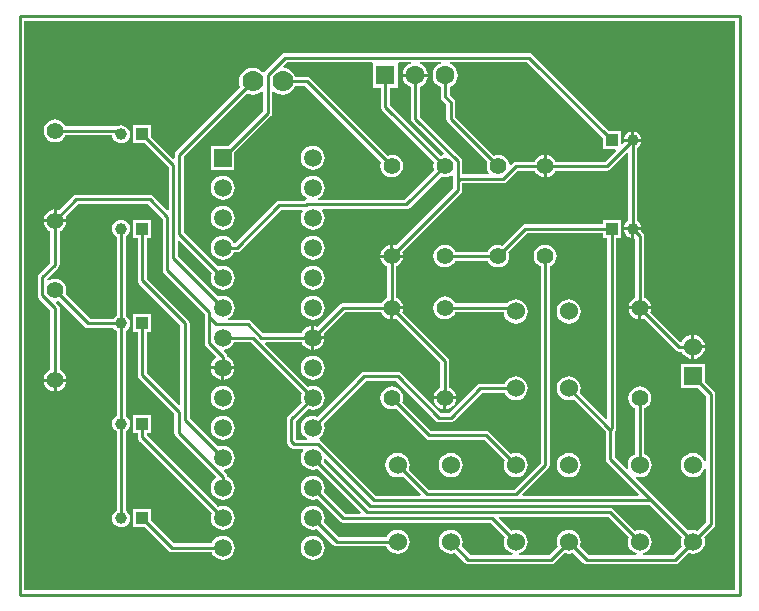
<source format=gbl>
G04 Layer_Physical_Order=2*
G04 Layer_Color=12500520*
%FSLAX25Y25*%
%MOIN*%
G70*
G01*
G75*
%ADD10R,0.06299X0.06299*%
%ADD11C,0.06299*%
%ADD12C,0.05512*%
%ADD13C,0.06000*%
%ADD14C,0.07000*%
%ADD15C,0.05905*%
%ADD16R,0.05905X0.05905*%
%ADD17C,0.03937*%
%ADD18R,0.03937X0.03937*%
%ADD19R,0.06000X0.06000*%
%ADD20C,0.01000*%
G36*
X431541Y377953D02*
Y188537D01*
X194443D01*
Y378392D01*
X431541D01*
Y377953D01*
D02*
G37*
%LPC*%
G36*
X204224Y258122D02*
X201002D01*
X201065Y257642D01*
X201444Y256728D01*
X202046Y255943D01*
X202830Y255341D01*
X203744Y254963D01*
X204224Y254900D01*
Y258122D01*
D02*
G37*
G36*
X208447D02*
X205224D01*
Y254900D01*
X205705Y254963D01*
X206619Y255341D01*
X207403Y255943D01*
X208005Y256728D01*
X208384Y257642D01*
X208447Y258122D01*
D02*
G37*
G36*
X320652Y282217D02*
X317429D01*
Y278994D01*
X317910Y279057D01*
X318274Y279208D01*
X333116Y264367D01*
Y256149D01*
X332752Y255997D01*
X331967Y255395D01*
X331365Y254611D01*
X330987Y253697D01*
X330923Y253217D01*
X338368D01*
X338305Y253697D01*
X337927Y254611D01*
X337325Y255395D01*
X336540Y255997D01*
X336175Y256149D01*
Y265000D01*
X336059Y265585D01*
X335727Y266081D01*
X320437Y281371D01*
X320588Y281736D01*
X320652Y282217D01*
D02*
G37*
G36*
X338368Y252217D02*
X335146D01*
Y248994D01*
X335626Y249057D01*
X336540Y249436D01*
X337325Y250038D01*
X337927Y250822D01*
X338305Y251736D01*
X338368Y252217D01*
D02*
G37*
G36*
X236720Y312024D02*
X230784D01*
Y306087D01*
X232223D01*
Y291839D01*
X232339Y291253D01*
X232671Y290757D01*
X246502Y276925D01*
Y250409D01*
X246040Y250217D01*
X235281Y260976D01*
Y274590D01*
X236720D01*
Y280527D01*
X230784D01*
Y274590D01*
X232223D01*
Y260342D01*
Y260342D01*
X232246Y260226D01*
X232339Y259757D01*
X232671Y259261D01*
X232671D01*
Y259261D01*
X244502Y247429D01*
Y240979D01*
X244619Y240393D01*
X244840Y240062D01*
X244950Y239897D01*
X258286Y226561D01*
X258243Y225897D01*
X257771Y225536D01*
X257138Y224710D01*
X256740Y223748D01*
X256604Y222717D01*
X256740Y221685D01*
X257138Y220723D01*
X257771Y219898D01*
X258597Y219264D01*
X259559Y218866D01*
X260591Y218730D01*
X261623Y218866D01*
X262584Y219264D01*
X263410Y219898D01*
X264043Y220723D01*
X264442Y221685D01*
X264578Y222717D01*
X264442Y223748D01*
X264043Y224710D01*
X263410Y225536D01*
X262584Y226169D01*
X262120Y226361D01*
Y226419D01*
X262097Y226536D01*
X262004Y227005D01*
X261672Y227501D01*
X260906Y228267D01*
X261085Y228795D01*
X261623Y228866D01*
X262584Y229264D01*
X263410Y229897D01*
X264043Y230723D01*
X264442Y231685D01*
X264578Y232717D01*
X264442Y233749D01*
X264043Y234710D01*
X263410Y235536D01*
X262584Y236169D01*
X261623Y236568D01*
X260591Y236703D01*
X259559Y236568D01*
X259095Y236375D01*
X249561Y245909D01*
Y277559D01*
X249464Y278047D01*
X249445Y278144D01*
X249113Y278640D01*
X235281Y292472D01*
Y306087D01*
X236720D01*
Y312024D01*
D02*
G37*
G36*
X403329Y282217D02*
X400106D01*
Y278994D01*
X400587Y279057D01*
X400951Y279208D01*
X411556Y268603D01*
X412052Y268272D01*
X412638Y268156D01*
X413627D01*
X413829Y267668D01*
X414470Y266832D01*
X415306Y266191D01*
X416279Y265788D01*
X416823Y265716D01*
Y269685D01*
Y273654D01*
X416279Y273582D01*
X415306Y273179D01*
X414470Y272538D01*
X413829Y271702D01*
X413699Y271389D01*
X413165Y271321D01*
X403114Y281371D01*
X403265Y281736D01*
X403329Y282217D01*
D02*
G37*
G36*
X421291Y269185D02*
X417823D01*
Y265716D01*
X418367Y265788D01*
X419340Y266191D01*
X420176Y266832D01*
X420817Y267668D01*
X421220Y268641D01*
X421291Y269185D01*
D02*
G37*
G36*
X264512Y262217D02*
X261091D01*
Y258796D01*
X261623Y258866D01*
X262584Y259264D01*
X263410Y259897D01*
X264043Y260723D01*
X264442Y261685D01*
X264512Y262217D01*
D02*
G37*
G36*
X290591Y266704D02*
X289559Y266568D01*
X288597Y266169D01*
X287772Y265536D01*
X287138Y264710D01*
X286740Y263749D01*
X286604Y262717D01*
X286740Y261685D01*
X287138Y260723D01*
X287772Y259897D01*
X288597Y259264D01*
X289559Y258866D01*
X290591Y258730D01*
X291622Y258866D01*
X292584Y259264D01*
X293410Y259897D01*
X294043Y260723D01*
X294442Y261685D01*
X294578Y262717D01*
X294442Y263749D01*
X294043Y264710D01*
X293410Y265536D01*
X292584Y266169D01*
X291622Y266568D01*
X290591Y266704D01*
D02*
G37*
G36*
X260091Y262217D02*
X256670D01*
X256740Y261685D01*
X257138Y260723D01*
X257771Y259897D01*
X258597Y259264D01*
X259559Y258866D01*
X260091Y258796D01*
Y262217D01*
D02*
G37*
G36*
X236720Y247063D02*
X230784D01*
Y241126D01*
X232223D01*
Y239555D01*
X232339Y238970D01*
X232671Y238474D01*
X256932Y214212D01*
X256740Y213749D01*
X256604Y212717D01*
X256740Y211685D01*
X257138Y210723D01*
X257771Y209897D01*
X258597Y209264D01*
X259559Y208866D01*
X260591Y208730D01*
X261623Y208866D01*
X262584Y209264D01*
X263410Y209897D01*
X264043Y210723D01*
X264442Y211685D01*
X264578Y212717D01*
X264442Y213749D01*
X264043Y214710D01*
X263410Y215536D01*
X262584Y216169D01*
X261623Y216568D01*
X260591Y216704D01*
X259559Y216568D01*
X259095Y216375D01*
X235281Y240189D01*
Y241126D01*
X236720D01*
Y247063D01*
D02*
G37*
G36*
X336614Y234349D02*
X335570Y234212D01*
X334597Y233809D01*
X333761Y233168D01*
X333120Y232332D01*
X332717Y231359D01*
X332580Y230315D01*
X332717Y229271D01*
X333120Y228298D01*
X333761Y227462D01*
X334597Y226821D01*
X335570Y226418D01*
X336614Y226280D01*
X337658Y226418D01*
X338632Y226821D01*
X339467Y227462D01*
X340108Y228298D01*
X340511Y229271D01*
X340649Y230315D01*
X340511Y231359D01*
X340108Y232332D01*
X339467Y233168D01*
X338632Y233809D01*
X337658Y234212D01*
X336614Y234349D01*
D02*
G37*
G36*
X290591Y216704D02*
X289559Y216568D01*
X288597Y216169D01*
X287772Y215536D01*
X287138Y214710D01*
X286740Y213749D01*
X286604Y212717D01*
X286740Y211685D01*
X287138Y210723D01*
X287772Y209897D01*
X288597Y209264D01*
X289559Y208866D01*
X290591Y208730D01*
X291622Y208866D01*
X292087Y209058D01*
X297501Y203643D01*
X297997Y203311D01*
X298583Y203195D01*
X315201D01*
X315404Y202707D01*
X316045Y201872D01*
X316880Y201230D01*
X317853Y200827D01*
X318898Y200690D01*
X319942Y200827D01*
X320915Y201230D01*
X321750Y201872D01*
X322392Y202707D01*
X322795Y203680D01*
X322932Y204724D01*
X322795Y205769D01*
X322392Y206742D01*
X321750Y207577D01*
X320915Y208218D01*
X319942Y208622D01*
X318898Y208759D01*
X317853Y208622D01*
X316880Y208218D01*
X316045Y207577D01*
X315404Y206742D01*
X315201Y206254D01*
X299216D01*
X294249Y211221D01*
X294442Y211685D01*
X294578Y212717D01*
X294442Y213749D01*
X294043Y214710D01*
X293410Y215536D01*
X292584Y216169D01*
X291622Y216568D01*
X290591Y216704D01*
D02*
G37*
G36*
X236720Y215567D02*
X230784D01*
Y209630D01*
X234558D01*
X242552Y201635D01*
X243049Y201304D01*
X243634Y201187D01*
X256946D01*
X257138Y200723D01*
X257771Y199898D01*
X258597Y199264D01*
X259559Y198866D01*
X260591Y198730D01*
X261623Y198866D01*
X262584Y199264D01*
X263410Y199898D01*
X264043Y200723D01*
X264442Y201685D01*
X264578Y202717D01*
X264442Y203748D01*
X264043Y204710D01*
X263410Y205536D01*
X262584Y206169D01*
X261623Y206568D01*
X260591Y206703D01*
X259559Y206568D01*
X258597Y206169D01*
X257771Y205536D01*
X257138Y204710D01*
X256946Y204246D01*
X244267D01*
X236720Y211793D01*
Y215567D01*
D02*
G37*
G36*
X290591Y206703D02*
X289559Y206568D01*
X288597Y206169D01*
X287772Y205536D01*
X287138Y204710D01*
X286740Y203748D01*
X286604Y202717D01*
X286740Y201685D01*
X287138Y200723D01*
X287772Y199898D01*
X288597Y199264D01*
X289559Y198866D01*
X290591Y198730D01*
X291622Y198866D01*
X292584Y199264D01*
X293410Y199898D01*
X294043Y200723D01*
X294442Y201685D01*
X294578Y202717D01*
X294442Y203748D01*
X294043Y204710D01*
X293410Y205536D01*
X292584Y206169D01*
X291622Y206568D01*
X290591Y206703D01*
D02*
G37*
G36*
X260591Y256703D02*
X259559Y256568D01*
X258597Y256169D01*
X257771Y255536D01*
X257138Y254710D01*
X256740Y253748D01*
X256604Y252717D01*
X256740Y251685D01*
X257138Y250723D01*
X257771Y249898D01*
X258597Y249264D01*
X259559Y248866D01*
X260591Y248730D01*
X261623Y248866D01*
X262584Y249264D01*
X263410Y249898D01*
X264043Y250723D01*
X264442Y251685D01*
X264578Y252717D01*
X264442Y253748D01*
X264043Y254710D01*
X263410Y255536D01*
X262584Y256169D01*
X261623Y256568D01*
X260591Y256703D01*
D02*
G37*
G36*
X334146Y252217D02*
X330923D01*
X330987Y251736D01*
X331365Y250822D01*
X331967Y250038D01*
X332752Y249436D01*
X333665Y249057D01*
X334146Y248994D01*
Y252217D01*
D02*
G37*
G36*
X260591Y246704D02*
X259559Y246568D01*
X258597Y246169D01*
X257771Y245536D01*
X257138Y244710D01*
X256740Y243748D01*
X256604Y242717D01*
X256740Y241685D01*
X257138Y240723D01*
X257771Y239897D01*
X258597Y239264D01*
X259559Y238866D01*
X260591Y238730D01*
X261623Y238866D01*
X262584Y239264D01*
X263410Y239897D01*
X264043Y240723D01*
X264442Y241685D01*
X264578Y242717D01*
X264442Y243748D01*
X264043Y244710D01*
X263410Y245536D01*
X262584Y246169D01*
X261623Y246568D01*
X260591Y246704D01*
D02*
G37*
G36*
X316929Y256505D02*
X315949Y256376D01*
X315035Y255997D01*
X314250Y255395D01*
X313648Y254611D01*
X313270Y253697D01*
X313141Y252717D01*
X313270Y251736D01*
X313648Y250822D01*
X314250Y250038D01*
X315035Y249436D01*
X315949Y249057D01*
X316929Y248928D01*
X317910Y249057D01*
X318274Y249208D01*
X328407Y239076D01*
X328903Y238744D01*
X329488Y238628D01*
X347792D01*
X354573Y231847D01*
X354371Y231359D01*
X354233Y230315D01*
X354371Y229271D01*
X354774Y228298D01*
X355415Y227462D01*
X356251Y226821D01*
X357224Y226418D01*
X358268Y226280D01*
X359312Y226418D01*
X360285Y226821D01*
X361121Y227462D01*
X361762Y228298D01*
X362165Y229271D01*
X362302Y230315D01*
X362165Y231359D01*
X361762Y232332D01*
X361121Y233168D01*
X360285Y233809D01*
X359312Y234212D01*
X358268Y234349D01*
X357224Y234212D01*
X356736Y234010D01*
X349507Y241239D01*
X349011Y241570D01*
X348425Y241687D01*
X330122D01*
X320437Y251371D01*
X320588Y251736D01*
X320718Y252717D01*
X320588Y253697D01*
X320210Y254611D01*
X319608Y255395D01*
X318823Y255997D01*
X317910Y256376D01*
X316929Y256505D01*
D02*
G37*
G36*
X375984Y234349D02*
X374940Y234212D01*
X373967Y233809D01*
X373132Y233168D01*
X372490Y232332D01*
X372087Y231359D01*
X371950Y230315D01*
X372087Y229271D01*
X372490Y228298D01*
X373132Y227462D01*
X373967Y226821D01*
X374940Y226418D01*
X375984Y226280D01*
X377029Y226418D01*
X378002Y226821D01*
X378837Y227462D01*
X379478Y228298D01*
X379881Y229271D01*
X380019Y230315D01*
X379881Y231359D01*
X379478Y232332D01*
X378837Y233168D01*
X378002Y233809D01*
X377029Y234212D01*
X375984Y234349D01*
D02*
G37*
G36*
X294512Y272217D02*
X291091D01*
Y268796D01*
X291622Y268866D01*
X292584Y269264D01*
X293410Y269898D01*
X294043Y270723D01*
X294442Y271685D01*
X294512Y272217D01*
D02*
G37*
G36*
X204224Y315494D02*
X203744Y315431D01*
X202830Y315052D01*
X202046Y314450D01*
X201444Y313666D01*
X201065Y312752D01*
X201002Y312272D01*
X204224D01*
Y315494D01*
D02*
G37*
G36*
X260591Y326704D02*
X259559Y326568D01*
X258597Y326169D01*
X257771Y325536D01*
X257138Y324710D01*
X256740Y323748D01*
X256604Y322717D01*
X256740Y321685D01*
X257138Y320723D01*
X257771Y319898D01*
X258597Y319264D01*
X259559Y318866D01*
X260591Y318730D01*
X261623Y318866D01*
X262584Y319264D01*
X263410Y319898D01*
X264043Y320723D01*
X264442Y321685D01*
X264578Y322717D01*
X264442Y323748D01*
X264043Y324710D01*
X263410Y325536D01*
X262584Y326169D01*
X261623Y326568D01*
X260591Y326704D01*
D02*
G37*
G36*
Y316704D02*
X259559Y316568D01*
X258597Y316169D01*
X257771Y315536D01*
X257138Y314710D01*
X256740Y313749D01*
X256604Y312717D01*
X256740Y311685D01*
X257138Y310723D01*
X257771Y309897D01*
X258597Y309264D01*
X259559Y308866D01*
X260591Y308730D01*
X261623Y308866D01*
X262584Y309264D01*
X263410Y309897D01*
X264043Y310723D01*
X264442Y311685D01*
X264578Y312717D01*
X264442Y313749D01*
X264043Y314710D01*
X263410Y315536D01*
X262584Y316169D01*
X261623Y316568D01*
X260591Y316704D01*
D02*
G37*
G36*
X316429Y303683D02*
X315949Y303620D01*
X315035Y303241D01*
X314250Y302639D01*
X313648Y301855D01*
X313270Y300941D01*
X313207Y300461D01*
X316429D01*
Y303683D01*
D02*
G37*
G36*
X396764Y308555D02*
X394336D01*
X394372Y308280D01*
X394671Y307558D01*
X395147Y306938D01*
X395767Y306462D01*
X396489Y306163D01*
X396764Y306127D01*
Y308555D01*
D02*
G37*
G36*
X397764Y341511D02*
Y339083D01*
X400192D01*
X400156Y339357D01*
X399857Y340080D01*
X399381Y340700D01*
X398761Y341176D01*
X398039Y341475D01*
X397764Y341511D01*
D02*
G37*
G36*
X362705Y367671D02*
X281393D01*
X281393D01*
X281393D01*
X281044Y367602D01*
X280808Y367555D01*
X280808Y367555D01*
X280808D01*
X280509Y367355D01*
X280312Y367223D01*
X280312Y367223D01*
X280312Y367223D01*
X274509Y361420D01*
X274493Y361396D01*
X273878Y361376D01*
X273800Y361477D01*
X272860Y362198D01*
X271765Y362652D01*
X270591Y362807D01*
X269416Y362652D01*
X268321Y362198D01*
X267381Y361477D01*
X266660Y360537D01*
X266206Y359442D01*
X266052Y358268D01*
X266206Y357093D01*
X266513Y356353D01*
X245013Y334853D01*
X244681Y334357D01*
X244565Y333772D01*
Y332554D01*
X244103Y332363D01*
X236720Y339746D01*
Y343520D01*
X230784D01*
Y337583D01*
X234558D01*
X242565Y329575D01*
Y315369D01*
X242103Y315178D01*
X237302Y319979D01*
X236806Y320311D01*
X236220Y320427D01*
X211850D01*
X211265Y320311D01*
X210769Y319979D01*
X206070Y315280D01*
X205705Y315431D01*
X205224Y315494D01*
Y312272D01*
X208447D01*
X208384Y312752D01*
X208232Y313117D01*
X212484Y317368D01*
X235587D01*
X240565Y312390D01*
Y295307D01*
Y295307D01*
X240588Y295191D01*
X240681Y294722D01*
X241013Y294226D01*
X241013D01*
Y294226D01*
X254608Y280630D01*
Y279528D01*
Y270872D01*
X254725Y270287D01*
X255056Y269791D01*
X258286Y266561D01*
X258243Y265897D01*
X257771Y265536D01*
X257138Y264710D01*
X256740Y263749D01*
X256670Y263217D01*
X264512D01*
X264442Y263749D01*
X264043Y264710D01*
X263410Y265536D01*
X262584Y266169D01*
X262120Y266361D01*
Y266419D01*
X262004Y267005D01*
X261672Y267501D01*
X260906Y268267D01*
X261085Y268795D01*
X261623Y268866D01*
X262584Y269264D01*
X263410Y269898D01*
X264043Y270723D01*
X264235Y271187D01*
X269957D01*
X286932Y254212D01*
X286740Y253748D01*
X286604Y252717D01*
X286740Y251685D01*
X286932Y251221D01*
X282383Y246672D01*
X282052Y246176D01*
X281935Y245591D01*
Y238189D01*
X282052Y237604D01*
X282383Y237107D01*
X283403Y236088D01*
X283899Y235756D01*
X284484Y235640D01*
X287221D01*
X287468Y235140D01*
X287138Y234710D01*
X286740Y233749D01*
X286604Y232717D01*
X286740Y231685D01*
X287138Y230723D01*
X287772Y229897D01*
X288597Y229264D01*
X289559Y228866D01*
X290591Y228730D01*
X291622Y228866D01*
X292087Y229058D01*
X306555Y214590D01*
X306363Y214128D01*
X301342D01*
X294249Y221221D01*
X294442Y221685D01*
X294578Y222717D01*
X294442Y223748D01*
X294043Y224710D01*
X293410Y225536D01*
X292584Y226169D01*
X291622Y226568D01*
X290591Y226704D01*
X289559Y226568D01*
X288597Y226169D01*
X287772Y225536D01*
X287138Y224710D01*
X286740Y223748D01*
X286604Y222717D01*
X286740Y221685D01*
X287138Y220723D01*
X287772Y219898D01*
X288597Y219264D01*
X289559Y218866D01*
X290591Y218730D01*
X291622Y218866D01*
X292087Y219058D01*
X299627Y211517D01*
X300124Y211185D01*
X300709Y211069D01*
X349760D01*
X354573Y206257D01*
X354371Y205769D01*
X354233Y204724D01*
X354371Y203680D01*
X354774Y202707D01*
X355415Y201872D01*
X356251Y201230D01*
X357224Y200827D01*
X357129Y200348D01*
X343153D01*
X340309Y203192D01*
X340511Y203680D01*
X340649Y204724D01*
X340511Y205769D01*
X340108Y206742D01*
X339467Y207577D01*
X338632Y208218D01*
X337658Y208622D01*
X336614Y208759D01*
X335570Y208622D01*
X334597Y208218D01*
X333761Y207577D01*
X333120Y206742D01*
X332717Y205769D01*
X332580Y204724D01*
X332717Y203680D01*
X333120Y202707D01*
X333761Y201872D01*
X334597Y201230D01*
X335570Y200827D01*
X336614Y200690D01*
X337658Y200827D01*
X338146Y201029D01*
X341438Y197738D01*
X341768Y197518D01*
X341934Y197406D01*
X341934D01*
X341934Y197406D01*
X342229Y197348D01*
X342520Y197290D01*
X370079D01*
X370664Y197406D01*
X371160Y197738D01*
X374452Y201029D01*
X374940Y200827D01*
X375984Y200690D01*
X377029Y200827D01*
X377517Y201029D01*
X380809Y197738D01*
X381138Y197518D01*
X381305Y197406D01*
X381305D01*
X381305Y197406D01*
X381599Y197348D01*
X381890Y197290D01*
X411418D01*
X412003Y197406D01*
X412499Y197738D01*
X415791Y201029D01*
X416279Y200827D01*
X417323Y200690D01*
X418367Y200827D01*
X419340Y201230D01*
X420176Y201872D01*
X420817Y202707D01*
X421220Y203680D01*
X421357Y204724D01*
X421220Y205769D01*
X421018Y206257D01*
X424310Y209548D01*
X424641Y210045D01*
X424758Y210630D01*
Y253937D01*
X424641Y254522D01*
X424310Y255018D01*
X421323Y258005D01*
Y263842D01*
X413323D01*
Y255842D01*
X419160D01*
X421699Y253303D01*
Y231453D01*
X421220Y231359D01*
X420817Y232332D01*
X420176Y233168D01*
X419340Y233809D01*
X418367Y234212D01*
X417323Y234349D01*
X416279Y234212D01*
X415306Y233809D01*
X414470Y233168D01*
X413829Y232332D01*
X413426Y231359D01*
X413288Y230315D01*
X413426Y229271D01*
X413829Y228298D01*
X414470Y227462D01*
X415306Y226821D01*
X416279Y226418D01*
X417323Y226280D01*
X418367Y226418D01*
X419340Y226821D01*
X420176Y227462D01*
X420817Y228298D01*
X421220Y229271D01*
X421699Y229176D01*
Y211263D01*
X418855Y208419D01*
X418367Y208622D01*
X417323Y208759D01*
X416279Y208622D01*
X415791Y208419D01*
X404625Y219585D01*
X398172Y226038D01*
X398455Y226462D01*
X398562Y226418D01*
X399606Y226280D01*
X400651Y226418D01*
X401624Y226821D01*
X402459Y227462D01*
X403100Y228298D01*
X403504Y229271D01*
X403641Y230315D01*
X403504Y231359D01*
X403100Y232332D01*
X402459Y233168D01*
X401624Y233809D01*
X401136Y234011D01*
Y249285D01*
X401500Y249436D01*
X402285Y250038D01*
X402887Y250822D01*
X403265Y251736D01*
X403395Y252717D01*
X403265Y253697D01*
X402887Y254611D01*
X402285Y255395D01*
X401500Y255997D01*
X400587Y256376D01*
X399606Y256505D01*
X398626Y256376D01*
X397712Y255997D01*
X396927Y255395D01*
X396325Y254611D01*
X395947Y253697D01*
X395818Y252717D01*
X395947Y251736D01*
X396325Y250822D01*
X396927Y250038D01*
X397712Y249436D01*
X398077Y249285D01*
Y234011D01*
X397589Y233809D01*
X396754Y233168D01*
X396112Y232332D01*
X395709Y231359D01*
X395572Y230315D01*
X395709Y229271D01*
X395754Y229164D01*
X395330Y228880D01*
X391293Y232917D01*
Y241493D01*
X391345Y241545D01*
X391677Y242041D01*
X391793Y242626D01*
Y306087D01*
X393232D01*
Y312024D01*
X387295D01*
Y310585D01*
X361457D01*
X360872Y310468D01*
X360375Y310137D01*
X353708Y303469D01*
X353343Y303620D01*
X352362Y303749D01*
X351382Y303620D01*
X350468Y303241D01*
X349683Y302639D01*
X349081Y301855D01*
X348930Y301490D01*
X338078D01*
X337927Y301855D01*
X337325Y302639D01*
X336540Y303241D01*
X335626Y303620D01*
X334646Y303749D01*
X333665Y303620D01*
X332752Y303241D01*
X331967Y302639D01*
X331365Y301855D01*
X330986Y300941D01*
X330857Y299961D01*
X330986Y298980D01*
X331365Y298066D01*
X331967Y297282D01*
X332752Y296680D01*
X333665Y296301D01*
X334646Y296172D01*
X335626Y296301D01*
X336540Y296680D01*
X337325Y297282D01*
X337927Y298066D01*
X338078Y298431D01*
X348930D01*
X349081Y298066D01*
X349683Y297282D01*
X350468Y296680D01*
X351382Y296301D01*
X352362Y296172D01*
X353343Y296301D01*
X354256Y296680D01*
X355041Y297282D01*
X355643Y298066D01*
X356021Y298980D01*
X356151Y299961D01*
X356021Y300941D01*
X355870Y301306D01*
X362090Y307526D01*
X387295D01*
Y306087D01*
X388734D01*
Y245972D01*
X388273Y245780D01*
X379679Y254373D01*
X379881Y254861D01*
X380019Y255905D01*
X379881Y256950D01*
X379478Y257923D01*
X378837Y258758D01*
X378002Y259399D01*
X377029Y259802D01*
X375984Y259940D01*
X374940Y259802D01*
X373967Y259399D01*
X373132Y258758D01*
X372490Y257923D01*
X372087Y256950D01*
X371950Y255905D01*
X372087Y254861D01*
X372490Y253888D01*
X373132Y253053D01*
X373967Y252411D01*
X374940Y252008D01*
X375984Y251871D01*
X377029Y252008D01*
X377517Y252210D01*
X388234Y241493D01*
Y232284D01*
X388351Y231698D01*
X388682Y231202D01*
X399389Y220495D01*
X399198Y220033D01*
X360613D01*
X360422Y220495D01*
X369192Y229265D01*
X369523Y229761D01*
X369640Y230347D01*
Y296529D01*
X370005Y296680D01*
X370789Y297282D01*
X371391Y298066D01*
X371770Y298980D01*
X371899Y299961D01*
X371770Y300941D01*
X371391Y301855D01*
X370789Y302639D01*
X370005Y303241D01*
X369091Y303620D01*
X368110Y303749D01*
X367130Y303620D01*
X366216Y303241D01*
X365432Y302639D01*
X364830Y301855D01*
X364451Y300941D01*
X364322Y299961D01*
X364451Y298980D01*
X364830Y298066D01*
X365432Y297282D01*
X366216Y296680D01*
X366581Y296529D01*
Y230980D01*
X357634Y222033D01*
X329342D01*
X322593Y228783D01*
X322795Y229271D01*
X322932Y230315D01*
X322795Y231359D01*
X322392Y232332D01*
X321750Y233168D01*
X320915Y233809D01*
X319942Y234212D01*
X318898Y234349D01*
X317853Y234212D01*
X316880Y233809D01*
X316045Y233168D01*
X315404Y232332D01*
X315001Y231359D01*
X314863Y230315D01*
X315001Y229271D01*
X315404Y228298D01*
X316045Y227462D01*
X316880Y226821D01*
X317853Y226418D01*
X318898Y226280D01*
X319942Y226418D01*
X320430Y226620D01*
X326554Y220495D01*
X326363Y220033D01*
X311734D01*
X293516Y238251D01*
X293020Y238582D01*
X292938Y238599D01*
X292565Y239171D01*
X292584Y239264D01*
X293410Y239897D01*
X294043Y240723D01*
X294442Y241685D01*
X294578Y242717D01*
X294442Y243748D01*
X294249Y244213D01*
X308350Y258313D01*
X318264D01*
X331596Y244982D01*
X332092Y244650D01*
X332677Y244534D01*
X336614D01*
X337199Y244650D01*
X337696Y244982D01*
X347090Y254376D01*
X354572D01*
X354774Y253888D01*
X355415Y253053D01*
X356251Y252411D01*
X357224Y252008D01*
X358268Y251871D01*
X359312Y252008D01*
X360285Y252411D01*
X361121Y253053D01*
X361762Y253888D01*
X362165Y254861D01*
X362302Y255905D01*
X362165Y256950D01*
X361762Y257923D01*
X361121Y258758D01*
X360285Y259399D01*
X359312Y259802D01*
X358268Y259940D01*
X357224Y259802D01*
X356251Y259399D01*
X355415Y258758D01*
X354774Y257923D01*
X354572Y257435D01*
X346457D01*
X345871Y257318D01*
X345375Y256987D01*
X335981Y247592D01*
X333311D01*
X319979Y260924D01*
X319483Y261256D01*
X318898Y261372D01*
X307716D01*
X307131Y261256D01*
X306635Y260924D01*
X292087Y246375D01*
X291622Y246568D01*
X290591Y246704D01*
X289559Y246568D01*
X288597Y246169D01*
X287772Y245536D01*
X287138Y244710D01*
X286740Y243748D01*
X286604Y242717D01*
X286740Y241685D01*
X287138Y240723D01*
X287772Y239897D01*
X288597Y239264D01*
X288754Y239199D01*
X288655Y238699D01*
X285118D01*
X284994Y238823D01*
Y244957D01*
X289095Y249058D01*
X289559Y248866D01*
X290591Y248730D01*
X291622Y248866D01*
X292584Y249264D01*
X293410Y249898D01*
X294043Y250723D01*
X294442Y251685D01*
X294578Y252717D01*
X294442Y253748D01*
X294043Y254710D01*
X293410Y255536D01*
X292584Y256169D01*
X291622Y256568D01*
X290591Y256703D01*
X289559Y256568D01*
X289095Y256375D01*
X274745Y270725D01*
X274936Y271187D01*
X286946D01*
X287138Y270723D01*
X287772Y269898D01*
X288597Y269264D01*
X289559Y268866D01*
X290091Y268796D01*
Y272717D01*
Y276638D01*
X289559Y276568D01*
X288597Y276169D01*
X287772Y275536D01*
X287138Y274710D01*
X286946Y274246D01*
X274053D01*
X270048Y278251D01*
X269551Y278582D01*
X268966Y278699D01*
X262526D01*
X262427Y279199D01*
X262584Y279264D01*
X263410Y279897D01*
X264043Y280723D01*
X264442Y281685D01*
X264578Y282717D01*
X264442Y283749D01*
X264043Y284710D01*
X263410Y285536D01*
X262584Y286169D01*
X261623Y286568D01*
X260591Y286703D01*
X259559Y286568D01*
X259095Y286375D01*
X245624Y299846D01*
Y304867D01*
X246086Y305059D01*
X256932Y294213D01*
X256740Y293748D01*
X256604Y292717D01*
X256740Y291685D01*
X257138Y290723D01*
X257771Y289897D01*
X258597Y289264D01*
X259559Y288866D01*
X260591Y288730D01*
X261623Y288866D01*
X262584Y289264D01*
X263410Y289897D01*
X264043Y290723D01*
X264442Y291685D01*
X264578Y292717D01*
X264442Y293748D01*
X264043Y294710D01*
X263410Y295536D01*
X262584Y296169D01*
X261623Y296568D01*
X260591Y296704D01*
X259559Y296568D01*
X259095Y296375D01*
X247624Y307846D01*
Y333138D01*
X268676Y354190D01*
X269416Y353884D01*
X270591Y353729D01*
X271765Y353884D01*
X272860Y354337D01*
X273561Y354875D01*
X274061Y354628D01*
Y348350D01*
X262381Y336669D01*
X256638D01*
Y328764D01*
X264543D01*
Y334507D01*
X276672Y346635D01*
X277004Y347131D01*
X277120Y347717D01*
Y354628D01*
X277620Y354875D01*
X278321Y354337D01*
X279416Y353884D01*
X280591Y353729D01*
X281765Y353884D01*
X282860Y354337D01*
X283800Y355058D01*
X284521Y355998D01*
X284828Y356738D01*
X287988D01*
X313421Y331306D01*
X313270Y330941D01*
X313141Y329961D01*
X313270Y328980D01*
X313648Y328066D01*
X314250Y327282D01*
X315035Y326680D01*
X315949Y326301D01*
X316929Y326172D01*
X317910Y326301D01*
X318823Y326680D01*
X319608Y327282D01*
X320210Y328066D01*
X320588Y328980D01*
X320718Y329961D01*
X320588Y330941D01*
X320210Y331855D01*
X319608Y332639D01*
X318823Y333241D01*
X317910Y333620D01*
X316929Y333749D01*
X315949Y333620D01*
X315584Y333469D01*
X289703Y359349D01*
X289207Y359681D01*
X288622Y359797D01*
X284828D01*
X284521Y360537D01*
X283800Y361477D01*
X282860Y362198D01*
X281765Y362652D01*
X280889Y362767D01*
X280710Y363295D01*
X282027Y364612D01*
X310247D01*
X310654Y364386D01*
Y356087D01*
X313274D01*
Y349803D01*
X313390Y349218D01*
X313722Y348722D01*
X331138Y331306D01*
X330986Y330941D01*
X330857Y329961D01*
X330986Y328980D01*
X331138Y328615D01*
X321221Y318699D01*
X292526D01*
X292427Y319199D01*
X292584Y319264D01*
X293410Y319898D01*
X294043Y320723D01*
X294442Y321685D01*
X294578Y322717D01*
X294442Y323748D01*
X294043Y324710D01*
X293410Y325536D01*
X292584Y326169D01*
X291622Y326568D01*
X290591Y326704D01*
X289559Y326568D01*
X288597Y326169D01*
X287772Y325536D01*
X287138Y324710D01*
X286740Y323748D01*
X286604Y322717D01*
X286740Y321685D01*
X287138Y320723D01*
X287772Y319898D01*
X288597Y319264D01*
X288617Y319171D01*
X288243Y318599D01*
X288161Y318582D01*
X287976Y318459D01*
X279528D01*
X278942Y318342D01*
X278446Y318011D01*
X264698Y304262D01*
X264209Y304311D01*
X264043Y304710D01*
X263410Y305536D01*
X262584Y306169D01*
X261623Y306568D01*
X260591Y306703D01*
X259559Y306568D01*
X258597Y306169D01*
X257771Y305536D01*
X257138Y304710D01*
X256740Y303748D01*
X256604Y302717D01*
X256740Y301685D01*
X257138Y300723D01*
X257771Y299898D01*
X258597Y299264D01*
X259559Y298866D01*
X260591Y298730D01*
X261623Y298866D01*
X262584Y299264D01*
X263410Y299898D01*
X264043Y300723D01*
X264235Y301187D01*
X265315D01*
X265900Y301304D01*
X266396Y301635D01*
X280161Y315400D01*
X287102D01*
X287323Y314951D01*
X287138Y314710D01*
X286740Y313749D01*
X286604Y312717D01*
X286740Y311685D01*
X287138Y310723D01*
X287772Y309897D01*
X288597Y309264D01*
X289559Y308866D01*
X290591Y308730D01*
X291622Y308866D01*
X292584Y309264D01*
X293410Y309897D01*
X294043Y310723D01*
X294442Y311685D01*
X294578Y312717D01*
X294442Y313749D01*
X294043Y314710D01*
X293713Y315140D01*
X293960Y315640D01*
X321854D01*
X322440Y315756D01*
X322936Y316088D01*
X333300Y326452D01*
X333665Y326301D01*
X334646Y326172D01*
X335626Y326301D01*
X336540Y326680D01*
X336872Y326935D01*
X337372Y326688D01*
Y324803D01*
Y322567D01*
X318274Y303469D01*
X317910Y303620D01*
X317429Y303683D01*
Y300461D01*
X320652D01*
X320588Y300941D01*
X320437Y301306D01*
X339983Y320852D01*
X340315Y321348D01*
X340431Y321933D01*
Y324170D01*
X340437Y324175D01*
X354125D01*
X354710Y324292D01*
X355206Y324623D01*
X359015Y328431D01*
X364679D01*
X364830Y328066D01*
X365432Y327282D01*
X366216Y326680D01*
X367130Y326301D01*
X367610Y326238D01*
Y329961D01*
Y333683D01*
X367130Y333620D01*
X366216Y333241D01*
X365432Y332639D01*
X364830Y331855D01*
X364679Y331490D01*
X358381D01*
X357796Y331374D01*
X357299Y331042D01*
X356604Y330346D01*
X356076Y330526D01*
X356021Y330941D01*
X355643Y331855D01*
X355041Y332639D01*
X354256Y333241D01*
X353343Y333620D01*
X352362Y333749D01*
X351382Y333620D01*
X351017Y333469D01*
X338175Y346310D01*
Y351222D01*
X338059Y351807D01*
X337727Y352303D01*
X336333Y353698D01*
Y356378D01*
X336896Y356611D01*
X337763Y357277D01*
X338428Y358143D01*
X338846Y359153D01*
X338989Y360236D01*
X338846Y361319D01*
X338428Y362329D01*
X337763Y363196D01*
X336896Y363861D01*
X336289Y364112D01*
X336388Y364612D01*
X362071D01*
X387295Y339388D01*
Y335614D01*
X391479D01*
X391670Y335152D01*
X388008Y331490D01*
X371542D01*
X371391Y331855D01*
X370789Y332639D01*
X370005Y333241D01*
X369091Y333620D01*
X368610Y333683D01*
Y329961D01*
Y326238D01*
X369091Y326301D01*
X370005Y326680D01*
X370789Y327282D01*
X371391Y328066D01*
X371542Y328431D01*
X388642D01*
X389227Y328548D01*
X389723Y328879D01*
X395272Y334428D01*
X395734Y334237D01*
Y311623D01*
X395147Y311172D01*
X394671Y310552D01*
X394372Y309830D01*
X394336Y309555D01*
X400192D01*
X400156Y309830D01*
X399857Y310552D01*
X399381Y311172D01*
X398793Y311623D01*
Y336014D01*
X399381Y336465D01*
X399857Y337086D01*
X400156Y337808D01*
X400192Y338083D01*
X394336D01*
X394366Y337848D01*
X393694Y337176D01*
X393232Y337367D01*
Y341551D01*
X389458D01*
X363786Y367223D01*
X363290Y367555D01*
X362705Y367671D01*
D02*
G37*
G36*
X396764Y341511D02*
X396489Y341475D01*
X395767Y341176D01*
X395147Y340700D01*
X394671Y340080D01*
X394372Y339357D01*
X394336Y339083D01*
X396764D01*
Y341511D01*
D02*
G37*
G36*
X290591Y336703D02*
X289559Y336568D01*
X288597Y336169D01*
X287772Y335536D01*
X287138Y334710D01*
X286740Y333749D01*
X286604Y332717D01*
X286740Y331685D01*
X287138Y330723D01*
X287772Y329897D01*
X288597Y329264D01*
X289559Y328866D01*
X290591Y328730D01*
X291622Y328866D01*
X292584Y329264D01*
X293410Y329897D01*
X294043Y330723D01*
X294442Y331685D01*
X294578Y332717D01*
X294442Y333749D01*
X294043Y334710D01*
X293410Y335536D01*
X292584Y336169D01*
X291622Y336568D01*
X290591Y336703D01*
D02*
G37*
G36*
X204724Y345560D02*
X203744Y345431D01*
X202830Y345052D01*
X202046Y344450D01*
X201444Y343666D01*
X201065Y342752D01*
X200936Y341772D01*
X201065Y340791D01*
X201444Y339877D01*
X202046Y339093D01*
X202830Y338491D01*
X203744Y338112D01*
X204724Y337983D01*
X205705Y338112D01*
X206619Y338491D01*
X207403Y339093D01*
X208005Y339877D01*
X208156Y340242D01*
X223799D01*
X223860Y339776D01*
X224159Y339054D01*
X224635Y338434D01*
X225255Y337958D01*
X225977Y337659D01*
X226752Y337557D01*
X227527Y337659D01*
X228249Y337958D01*
X228869Y338434D01*
X229345Y339054D01*
X229644Y339776D01*
X229746Y340551D01*
X229644Y341326D01*
X229345Y342048D01*
X228869Y342668D01*
X228249Y343144D01*
X227527Y343443D01*
X226752Y343545D01*
X225977Y343443D01*
X225600Y343287D01*
X225532Y343301D01*
X208156D01*
X208005Y343666D01*
X207403Y344450D01*
X206619Y345052D01*
X205705Y345431D01*
X204724Y345560D01*
D02*
G37*
G36*
X290591Y286703D02*
X289559Y286568D01*
X288597Y286169D01*
X287772Y285536D01*
X287138Y284710D01*
X286740Y283749D01*
X286604Y282717D01*
X286740Y281685D01*
X287138Y280723D01*
X287772Y279897D01*
X288597Y279264D01*
X289559Y278866D01*
X290591Y278730D01*
X291622Y278866D01*
X292584Y279264D01*
X293410Y279897D01*
X294043Y280723D01*
X294442Y281685D01*
X294578Y282717D01*
X294442Y283749D01*
X294043Y284710D01*
X293410Y285536D01*
X292584Y286169D01*
X291622Y286568D01*
X290591Y286703D01*
D02*
G37*
G36*
X320652Y299461D02*
X313207D01*
X313270Y298980D01*
X313648Y298066D01*
X314250Y297282D01*
X315035Y296680D01*
X315400Y296529D01*
Y286149D01*
X315035Y285997D01*
X314250Y285395D01*
X313648Y284611D01*
X313497Y284246D01*
X300591D01*
X300005Y284130D01*
X299509Y283798D01*
X292087Y276375D01*
X291622Y276568D01*
X291091Y276638D01*
Y273217D01*
X294512D01*
X294442Y273748D01*
X294249Y274213D01*
X301224Y281187D01*
X313497D01*
X313648Y280822D01*
X314250Y280038D01*
X315035Y279436D01*
X315949Y279057D01*
X316429Y278994D01*
Y282717D01*
X316929D01*
Y283217D01*
X320652D01*
X320588Y283697D01*
X320210Y284611D01*
X319608Y285395D01*
X318823Y285997D01*
X318459Y286149D01*
Y296529D01*
X318823Y296680D01*
X319608Y297282D01*
X320210Y298066D01*
X320588Y298980D01*
X320652Y299461D01*
D02*
G37*
G36*
X375984Y285530D02*
X374940Y285393D01*
X373967Y284990D01*
X373132Y284349D01*
X372490Y283513D01*
X372087Y282540D01*
X371950Y281496D01*
X372087Y280452D01*
X372490Y279479D01*
X373132Y278643D01*
X373967Y278002D01*
X374940Y277599D01*
X375984Y277462D01*
X377029Y277599D01*
X378002Y278002D01*
X378837Y278643D01*
X379478Y279479D01*
X379881Y280452D01*
X380019Y281496D01*
X379881Y282540D01*
X379478Y283513D01*
X378837Y284349D01*
X378002Y284990D01*
X377029Y285393D01*
X375984Y285530D01*
D02*
G37*
G36*
X417823Y273654D02*
Y270185D01*
X421291D01*
X421220Y270729D01*
X420817Y271702D01*
X420176Y272538D01*
X419340Y273179D01*
X418367Y273582D01*
X417823Y273654D01*
D02*
G37*
G36*
X334646Y286505D02*
X333665Y286376D01*
X332752Y285997D01*
X331967Y285395D01*
X331365Y284611D01*
X330987Y283697D01*
X330857Y282717D01*
X330987Y281736D01*
X331365Y280822D01*
X331967Y280038D01*
X332752Y279436D01*
X333665Y279057D01*
X334646Y278928D01*
X335626Y279057D01*
X336540Y279436D01*
X337325Y280038D01*
X337927Y280822D01*
X338078Y281187D01*
X354274D01*
X354371Y280452D01*
X354774Y279479D01*
X355415Y278643D01*
X356251Y278002D01*
X357224Y277599D01*
X358268Y277462D01*
X359312Y277599D01*
X360285Y278002D01*
X361121Y278643D01*
X361762Y279479D01*
X362165Y280452D01*
X362302Y281496D01*
X362165Y282540D01*
X361762Y283513D01*
X361121Y284349D01*
X360285Y284990D01*
X359312Y285393D01*
X358268Y285530D01*
X357224Y285393D01*
X356251Y284990D01*
X355415Y284349D01*
X355336Y284246D01*
X338078D01*
X337927Y284611D01*
X337325Y285395D01*
X336540Y285997D01*
X335626Y286376D01*
X334646Y286505D01*
D02*
G37*
G36*
X290591Y306703D02*
X289559Y306568D01*
X288597Y306169D01*
X287772Y305536D01*
X287138Y304710D01*
X286740Y303748D01*
X286604Y302717D01*
X286740Y301685D01*
X287138Y300723D01*
X287772Y299898D01*
X288597Y299264D01*
X289559Y298866D01*
X290591Y298730D01*
X291622Y298866D01*
X292584Y299264D01*
X293410Y299898D01*
X294043Y300723D01*
X294442Y301685D01*
X294578Y302717D01*
X294442Y303748D01*
X294043Y304710D01*
X293410Y305536D01*
X292584Y306169D01*
X291622Y306568D01*
X290591Y306703D01*
D02*
G37*
G36*
Y296704D02*
X289559Y296568D01*
X288597Y296169D01*
X287772Y295536D01*
X287138Y294710D01*
X286740Y293748D01*
X286604Y292717D01*
X286740Y291685D01*
X287138Y290723D01*
X287772Y289897D01*
X288597Y289264D01*
X289559Y288866D01*
X290591Y288730D01*
X291622Y288866D01*
X292584Y289264D01*
X293410Y289897D01*
X294043Y290723D01*
X294442Y291685D01*
X294578Y292717D01*
X294442Y293748D01*
X294043Y294710D01*
X293410Y295536D01*
X292584Y296169D01*
X291622Y296568D01*
X290591Y296704D01*
D02*
G37*
G36*
X400192Y308555D02*
X397764D01*
Y305947D01*
X398077Y305670D01*
Y286149D01*
X397712Y285997D01*
X396927Y285395D01*
X396325Y284611D01*
X395947Y283697D01*
X395884Y283217D01*
X403329D01*
X403265Y283697D01*
X402887Y284611D01*
X402285Y285395D01*
X401500Y285997D01*
X401136Y286149D01*
Y306713D01*
X401039Y307201D01*
X401019Y307298D01*
X400688Y307794D01*
X400161Y308321D01*
X400192Y308555D01*
D02*
G37*
G36*
X399106Y282217D02*
X395884D01*
X395947Y281736D01*
X396325Y280822D01*
X396927Y280038D01*
X397712Y279436D01*
X398626Y279057D01*
X399106Y278994D01*
Y282217D01*
D02*
G37*
G36*
X226752Y312049D02*
X225977Y311947D01*
X225255Y311648D01*
X224635Y311172D01*
X224159Y310552D01*
X223860Y309830D01*
X223758Y309055D01*
X223860Y308280D01*
X224159Y307558D01*
X224635Y306938D01*
X225223Y306487D01*
Y280127D01*
X224635Y279676D01*
X224184Y279088D01*
X216421D01*
X208232Y287277D01*
X208384Y287642D01*
X208513Y288622D01*
X208384Y289602D01*
X208005Y290516D01*
X207403Y291301D01*
X206619Y291903D01*
X205705Y292281D01*
X204724Y292410D01*
X203744Y292281D01*
X202830Y291903D01*
X202624Y291745D01*
X202146Y291963D01*
X202104Y292350D01*
X205806Y296052D01*
X206137Y296549D01*
Y296549D01*
X206137Y296549D01*
X206207Y296901D01*
X206254Y297134D01*
Y297134D01*
Y297134D01*
Y308340D01*
X206619Y308491D01*
X207403Y309093D01*
X208005Y309877D01*
X208384Y310791D01*
X208447Y311272D01*
X201002D01*
X201065Y310791D01*
X201444Y309877D01*
X202046Y309093D01*
X202830Y308491D01*
X203195Y308340D01*
Y297767D01*
X199387Y293959D01*
X199055Y293463D01*
X199055Y293463D01*
X199032Y293344D01*
X198939Y292878D01*
Y292878D01*
Y292878D01*
Y286859D01*
X199055Y286274D01*
X199387Y285778D01*
X203195Y281970D01*
Y262054D01*
X202830Y261903D01*
X202046Y261301D01*
X201444Y260516D01*
X201065Y259602D01*
X201002Y259122D01*
X208447D01*
X208384Y259602D01*
X208005Y260516D01*
X207403Y261301D01*
X206619Y261903D01*
X206254Y262054D01*
Y282603D01*
X206137Y283189D01*
X205806Y283685D01*
X205110Y284380D01*
X205290Y284908D01*
X205705Y284963D01*
X206070Y285114D01*
X214706Y276478D01*
X215202Y276146D01*
X215299Y276127D01*
X215787Y276030D01*
X224184D01*
X224635Y275442D01*
X225223Y274991D01*
Y246663D01*
X224635Y246212D01*
X224159Y245591D01*
X223860Y244869D01*
X223758Y244094D01*
X223860Y243320D01*
X224159Y242597D01*
X224635Y241977D01*
X225223Y241526D01*
Y215167D01*
X224635Y214716D01*
X224159Y214095D01*
X223860Y213373D01*
X223758Y212598D01*
X223860Y211824D01*
X224159Y211101D01*
X224635Y210481D01*
X225255Y210005D01*
X225977Y209706D01*
X226752Y209604D01*
X227527Y209706D01*
X228249Y210005D01*
X228869Y210481D01*
X229345Y211101D01*
X229644Y211824D01*
X229746Y212598D01*
X229644Y213373D01*
X229345Y214095D01*
X228869Y214716D01*
X228281Y215167D01*
Y241526D01*
X228869Y241977D01*
X229345Y242597D01*
X229644Y243320D01*
X229746Y244094D01*
X229644Y244869D01*
X229345Y245591D01*
X228869Y246212D01*
X228281Y246663D01*
Y274991D01*
X228869Y275442D01*
X229345Y276062D01*
X229644Y276784D01*
X229746Y277559D01*
X229644Y278334D01*
X229345Y279056D01*
X228869Y279676D01*
X228281Y280127D01*
Y306487D01*
X228869Y306938D01*
X229345Y307558D01*
X229644Y308280D01*
X229746Y309055D01*
X229644Y309830D01*
X229345Y310552D01*
X228869Y311172D01*
X228249Y311648D01*
X227527Y311947D01*
X226752Y312049D01*
D02*
G37*
%LPD*%
G36*
X333318Y364112D02*
X332711Y363861D01*
X331844Y363196D01*
X331178Y362329D01*
X330760Y361319D01*
X330618Y360236D01*
X330760Y359153D01*
X331178Y358143D01*
X331844Y357277D01*
X332711Y356611D01*
X333274Y356378D01*
Y353065D01*
X333390Y352479D01*
X333722Y351983D01*
X335116Y350588D01*
Y345677D01*
X335233Y345092D01*
X335564Y344596D01*
X348854Y331306D01*
X348703Y330941D01*
X348574Y329961D01*
X348703Y328980D01*
X349081Y328066D01*
X349337Y327734D01*
X349090Y327234D01*
X340431D01*
Y331723D01*
X340315Y332309D01*
X339983Y332805D01*
X326333Y346455D01*
Y356378D01*
X326896Y356611D01*
X327763Y357277D01*
X328428Y358143D01*
X328846Y359153D01*
X328923Y359736D01*
X320684D01*
X320760Y359153D01*
X321179Y358143D01*
X321844Y357277D01*
X322710Y356611D01*
X323274Y356378D01*
Y345822D01*
X323390Y345237D01*
X323722Y344741D01*
X334260Y334202D01*
X334081Y333675D01*
X333665Y333620D01*
X333300Y333469D01*
X316333Y350437D01*
Y356087D01*
X318953D01*
Y364386D01*
X319359Y364612D01*
X323218D01*
X323318Y364112D01*
X322710Y363861D01*
X321844Y363196D01*
X321179Y362329D01*
X320760Y361319D01*
X320684Y360736D01*
X328923D01*
X328846Y361319D01*
X328428Y362329D01*
X327763Y363196D01*
X326896Y363861D01*
X326289Y364112D01*
X326388Y364612D01*
X333218D01*
X333318Y364112D01*
D02*
G37*
G36*
X310019Y217423D02*
X310515Y217091D01*
X311100Y216974D01*
X402910D01*
X413628Y206257D01*
X413426Y205769D01*
X413288Y204724D01*
X413426Y203680D01*
X413628Y203192D01*
X410784Y200348D01*
X400745D01*
X400651Y200827D01*
X401624Y201230D01*
X402459Y201872D01*
X403100Y202707D01*
X403504Y203680D01*
X403641Y204724D01*
X403504Y205769D01*
X403100Y206742D01*
X402459Y207577D01*
X401624Y208218D01*
X400651Y208622D01*
X399606Y208759D01*
X398562Y208622D01*
X398074Y208419D01*
X390845Y215648D01*
X390349Y215980D01*
X389764Y216096D01*
X351380D01*
X351222Y216128D01*
X309342D01*
X294249Y231221D01*
X294442Y231685D01*
X294512Y232222D01*
X295040Y232401D01*
X310019Y217423D01*
D02*
G37*
G36*
X395911Y206257D02*
X395709Y205769D01*
X395572Y204724D01*
X395709Y203680D01*
X396112Y202707D01*
X396754Y201872D01*
X397589Y201230D01*
X398562Y200827D01*
X398468Y200348D01*
X382523D01*
X379679Y203192D01*
X379881Y203680D01*
X380019Y204724D01*
X379881Y205769D01*
X379478Y206742D01*
X378837Y207577D01*
X378002Y208218D01*
X377029Y208622D01*
X375984Y208759D01*
X374940Y208622D01*
X373967Y208218D01*
X373132Y207577D01*
X372490Y206742D01*
X372087Y205769D01*
X371950Y204724D01*
X372087Y203680D01*
X372289Y203192D01*
X369445Y200348D01*
X359406D01*
X359312Y200827D01*
X360285Y201230D01*
X361121Y201872D01*
X361762Y202707D01*
X362165Y203680D01*
X362302Y204724D01*
X362165Y205769D01*
X361762Y206742D01*
X361121Y207577D01*
X360285Y208218D01*
X359312Y208622D01*
X358268Y208759D01*
X357224Y208622D01*
X356736Y208419D01*
X352579Y212576D01*
X352771Y213038D01*
X389130D01*
X395911Y206257D01*
D02*
G37*
D10*
X314803Y360236D02*
D03*
D11*
X324803D02*
D03*
X334803D02*
D03*
D12*
X334646Y299961D02*
D03*
Y329961D02*
D03*
X316929Y252717D02*
D03*
Y282717D02*
D03*
X204724Y288622D02*
D03*
Y258622D02*
D03*
X368110Y299961D02*
D03*
Y329961D02*
D03*
X352362Y299961D02*
D03*
Y329961D02*
D03*
X399606Y252717D02*
D03*
Y282717D02*
D03*
X334646D02*
D03*
Y252717D02*
D03*
X316929Y329961D02*
D03*
Y299961D02*
D03*
X204724Y341772D02*
D03*
Y311772D02*
D03*
D13*
X417323Y269685D02*
D03*
X417323Y204724D02*
D03*
Y230315D02*
D03*
X399606Y204724D02*
D03*
Y230315D02*
D03*
X336614Y204724D02*
D03*
Y230315D02*
D03*
X318898Y204724D02*
D03*
Y230315D02*
D03*
X375984Y204724D02*
D03*
Y230315D02*
D03*
X358268Y204724D02*
D03*
Y230315D02*
D03*
X375984Y255905D02*
D03*
Y281496D02*
D03*
X358268Y255905D02*
D03*
Y281496D02*
D03*
D14*
X270591Y358268D02*
D03*
X280591D02*
D03*
D15*
X290591Y202717D02*
D03*
Y212717D02*
D03*
Y222717D02*
D03*
Y232717D02*
D03*
Y242717D02*
D03*
Y252717D02*
D03*
Y262717D02*
D03*
Y272717D02*
D03*
Y282717D02*
D03*
Y292717D02*
D03*
Y302717D02*
D03*
Y312717D02*
D03*
Y322717D02*
D03*
Y332717D02*
D03*
X260591Y202717D02*
D03*
Y212717D02*
D03*
Y222717D02*
D03*
Y232717D02*
D03*
Y242717D02*
D03*
Y252717D02*
D03*
Y262717D02*
D03*
Y272717D02*
D03*
Y282717D02*
D03*
Y292717D02*
D03*
Y302717D02*
D03*
Y312717D02*
D03*
Y322717D02*
D03*
D16*
Y332717D02*
D03*
D17*
X226752Y340551D02*
D03*
Y212598D02*
D03*
Y244094D02*
D03*
Y277559D02*
D03*
Y309055D02*
D03*
X397264Y338583D02*
D03*
Y309055D02*
D03*
D18*
X233752Y340551D02*
D03*
Y212598D02*
D03*
Y244094D02*
D03*
Y277559D02*
D03*
Y309055D02*
D03*
X390264Y338583D02*
D03*
Y309055D02*
D03*
D19*
X417323Y259842D02*
D03*
D20*
X290591Y242717D02*
X307716Y259842D01*
X318898D01*
X332677Y246063D01*
X336614D01*
X346457Y255905D01*
X358268D01*
X316929Y282717D02*
X334646Y265000D01*
Y252717D02*
Y265000D01*
X368110Y230347D02*
Y299961D01*
X358268Y220504D02*
X368110Y230347D01*
X328709Y220504D02*
X358268D01*
X318898Y230315D02*
X328709Y220504D01*
X348425Y240158D02*
X358268Y230315D01*
X329488Y240158D02*
X348425D01*
X316929Y252717D02*
X329488Y240158D01*
X403543Y218504D02*
X417323Y204724D01*
X389764Y232284D02*
X403543Y218504D01*
X403543Y218504D02*
X403543Y218504D01*
X311100Y218504D02*
X403543D01*
X292435Y237169D02*
X311100Y218504D01*
X284484Y237169D02*
X292435D01*
X283465Y238189D02*
X284484Y237169D01*
X283465Y238189D02*
Y245591D01*
X290591Y252717D01*
X389764Y242126D02*
X390264Y242626D01*
Y309055D01*
X357047Y282717D02*
X358268Y281496D01*
X334646Y282717D02*
X357047D01*
X361457Y309055D02*
X390264D01*
X352362Y299961D02*
X361457Y309055D01*
X334646Y299961D02*
X352362D01*
X368110Y329961D02*
X388642D01*
X397264Y338583D01*
X338902Y324803D02*
Y331723D01*
Y321933D02*
Y324803D01*
X339803Y325705D01*
X354125D01*
X358381Y329961D01*
X368110D01*
X316929Y299961D02*
X338902Y321933D01*
X324803Y345822D02*
X338902Y331723D01*
X324803Y345822D02*
Y360236D01*
X260591Y302717D02*
X265315D01*
X279528Y316929D01*
X288506D01*
X288746Y317169D01*
X321854D01*
X334646Y329961D01*
X314803Y349803D02*
X334646Y329961D01*
X314803Y349803D02*
Y360236D01*
X316929Y282717D02*
Y299961D01*
X300591Y282717D02*
X316929D01*
X290591Y272717D02*
X300591Y282717D01*
X375984Y255905D02*
X389764Y242126D01*
Y232284D02*
Y242126D01*
X399606Y230315D02*
Y252716D01*
X399606Y252717D02*
X399606Y252716D01*
X417323Y259842D02*
X423228Y253937D01*
Y210630D02*
Y253937D01*
X417323Y204724D02*
X423228Y210630D01*
X389764Y214567D02*
X399606Y204724D01*
X351254Y214567D02*
X389764D01*
X351222Y214598D02*
X351254Y214567D01*
X308709Y214598D02*
X351222D01*
X290591Y232717D02*
X308709Y214598D01*
X350394Y212598D02*
X358268Y204724D01*
X300709Y212598D02*
X350394D01*
X290591Y222717D02*
X300709Y212598D01*
X290591Y212717D02*
X298583Y204724D01*
X318898D01*
X336614D02*
X342520Y198819D01*
X370079D01*
X375984Y204724D01*
X381890Y198819D01*
X411418D01*
X417323Y204724D01*
X399606Y282717D02*
X412638Y269685D01*
X417323D01*
X399606Y282717D02*
Y306713D01*
X397264Y309055D02*
X399606Y306713D01*
X397264Y309055D02*
Y338583D01*
X336646Y345677D02*
X352362Y329961D01*
X336646Y345677D02*
Y351222D01*
X334803Y353065D02*
X336646Y351222D01*
X334803Y353065D02*
Y360236D01*
X256138Y270872D02*
Y279528D01*
Y281264D01*
Y279528D02*
X258496Y277169D01*
X268966D01*
X273419Y272717D01*
X290591D01*
X288622Y358268D02*
X316929Y329961D01*
X280591Y358268D02*
X288622D01*
X260591Y332717D02*
X275591Y347717D01*
Y360339D01*
X281393Y366142D01*
X362705D01*
X390264Y338583D01*
X246094Y307213D02*
X260591Y292717D01*
X246094Y307213D02*
Y333772D01*
X270591Y358268D01*
Y272717D02*
X290591Y252717D01*
X260591Y272717D02*
X270591D01*
X260591Y262717D02*
Y266419D01*
X256138Y270872D02*
X260591Y266419D01*
X242094Y295307D02*
X256138Y281264D01*
X242094Y295307D02*
Y313024D01*
X236220Y318898D02*
X242094Y313024D01*
X211850Y318898D02*
X236220D01*
X204724Y311772D02*
X211850Y318898D01*
X233752Y239555D02*
X260591Y212717D01*
X233752Y239555D02*
Y244094D01*
X260591Y222717D02*
Y226419D01*
X246032Y240979D02*
X260591Y226419D01*
X233752Y260342D02*
X246032Y248063D01*
X233752Y260342D02*
Y277559D01*
Y291839D02*
X248032Y277559D01*
X233752Y291839D02*
Y309055D01*
X244094Y299213D02*
X260591Y282717D01*
X244094Y299213D02*
Y330209D01*
X233752Y340551D02*
X244094Y330209D01*
X225532Y341772D02*
X226752Y340551D01*
X204724Y341772D02*
X225532D01*
X204724Y297134D02*
Y311772D01*
X200468Y292878D02*
X204724Y297134D01*
X200468Y286859D02*
Y292878D01*
Y286859D02*
X204724Y282603D01*
Y258622D02*
Y282603D01*
Y288622D02*
X215787Y277559D01*
X226752D01*
Y309055D01*
Y244094D02*
Y277559D01*
Y212598D02*
Y244094D01*
X233752Y212598D02*
X243634Y202717D01*
X260591D01*
X196850Y379921D02*
X431102D01*
X433071Y187008D02*
Y377953D01*
X192913Y187008D02*
X433071D01*
X192913D02*
Y379921D01*
X196850D01*
X431102D02*
X433071D01*
Y377953D02*
Y379921D01*
X246032Y240979D02*
Y248063D01*
X248032Y245276D02*
Y277559D01*
Y245276D02*
X260591Y232717D01*
M02*

</source>
